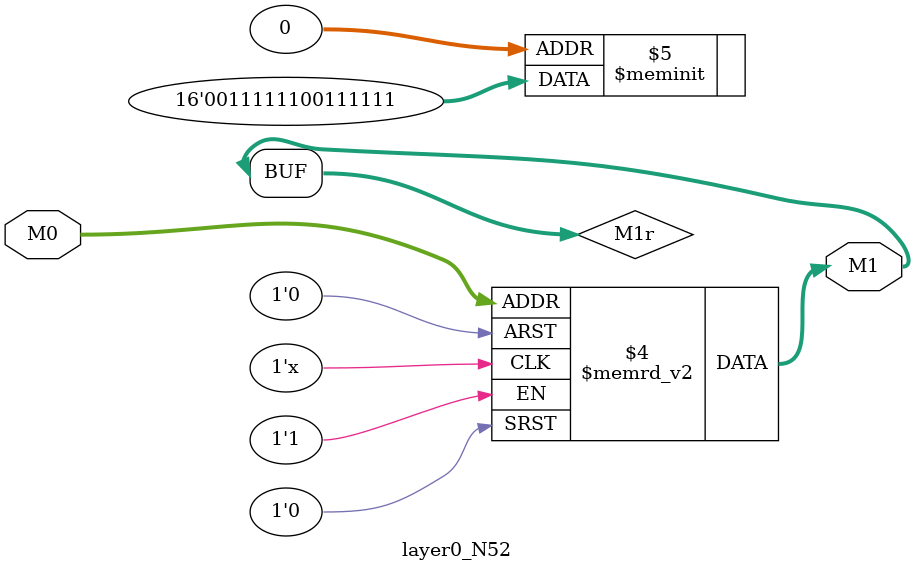
<source format=v>
module layer0_N52 ( input [2:0] M0, output [1:0] M1 );

	(*rom_style = "distributed" *) reg [1:0] M1r;
	assign M1 = M1r;
	always @ (M0) begin
		case (M0)
			3'b000: M1r = 2'b11;
			3'b100: M1r = 2'b11;
			3'b010: M1r = 2'b11;
			3'b110: M1r = 2'b11;
			3'b001: M1r = 2'b11;
			3'b101: M1r = 2'b11;
			3'b011: M1r = 2'b00;
			3'b111: M1r = 2'b00;

		endcase
	end
endmodule

</source>
